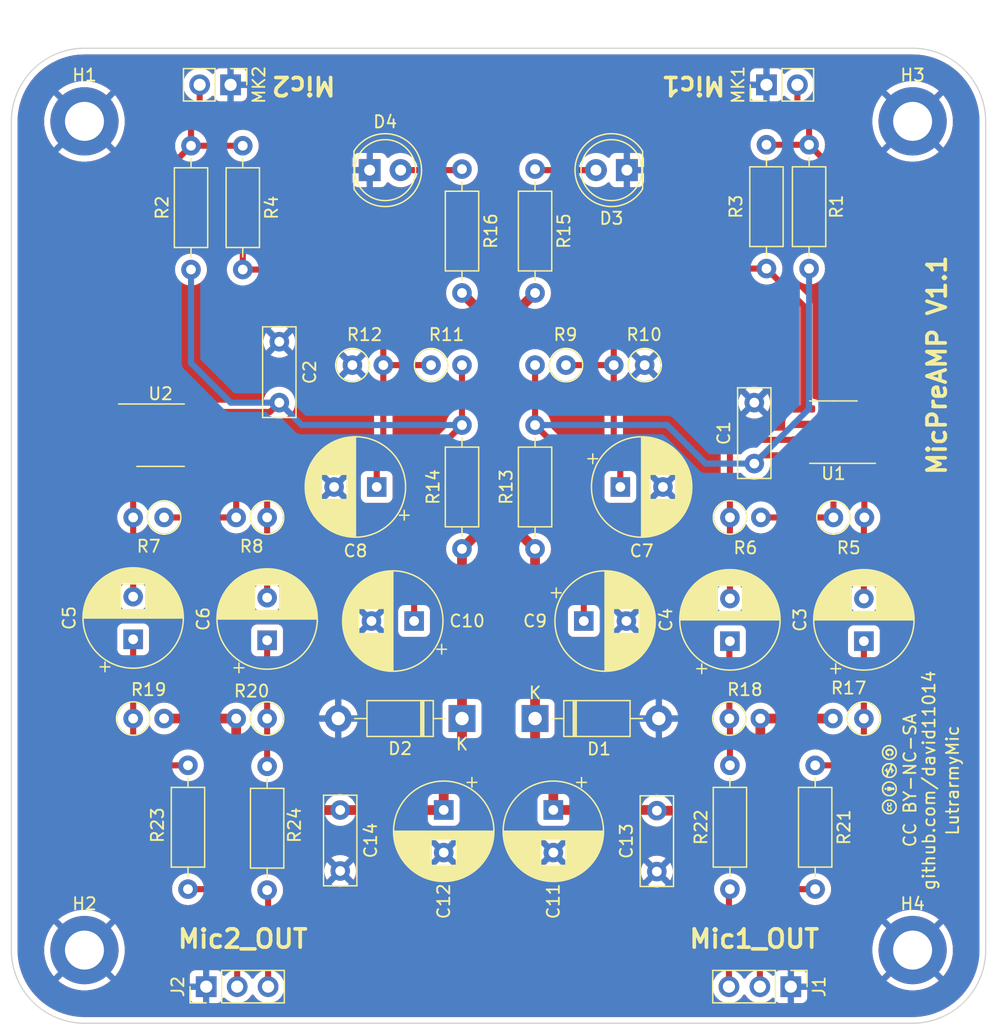
<source format=kicad_pcb>
(kicad_pcb (version 20211014) (generator pcbnew)
  (layers (0 "F.Cu" signal) (31 "B.Cu" signal) (34 "B.Paste" user) (35 "F.Paste" user) (36 "B.SilkS" user "B.Silkscreen") (37 "F.SilkS" user "F.Silkscreen") (38 "B.Mask" user) (39 "F.Mask" user) (44 "Edge.Cuts" user))
  (net 0 "")
  (net 1 "Net-(C3-Pad1)")
  (net 2 "Earth")
  (net 3 "Net-(C1-Pad1)")
  (net 4 "Net-(C3-Pad2)")
  (net 5 "Net-(C10-Pad1)")
  (net 6 "Net-(C4-Pad1)")
  (net 7 "Net-(C4-Pad2)")
  (net 8 "GND1")
  (net 9 "Net-(C5-Pad1)")
  (net 10 "Net-(C5-Pad2)")
  (net 11 "Net-(C6-Pad1)")
  (net 12 "Net-(C6-Pad2)")
  (net 13 "GND2")
  (net 14 "Net-(D3-Pad2)")
  (net 15 "Net-(D4-Pad2)")
  (net 16 "Net-(MK1-Pad2)")
  (net 17 "Net-(MK2-Pad2)")
  (net 18 "XLR1_48V")
  (net 19 "XLR2_48V")
  (net 20 "Net-(R5-Pad1)")
  (net 21 "Net-(R7-Pad1)")
  (net 22 "Net-(J1-Pad2)")
  (net 23 "Net-(J1-Pad3)")
  (net 24 "Net-(J2-Pad2)")
  (net 25 "Net-(J2-Pad3)")
  (footprint "Resistor_THT:R_Axial_DIN0207_L6.3mm_D2.5mm_P10.16mm_Horizontal" (layer "F.Cu") (at 144 67.92 -90)
    (fp_text reference "R4" (at 5.08 -2.37 90) (layer "F.SilkS"))
    (fp_text value "10M")
    (pad "1" thru_hole circle (at 0 0 270) (size 1.6 1.6) (drill 0.8) (layers *.Cu *.Mask) (net 17 "Net-(MK2-Pad2)"))
    (pad "2" thru_hole oval (at 10.16 0 270) (size 1.6 1.6) (drill 0.8) (layers *.Cu *.Mask) (net 13 "GND2"))
  )
  (footprint "Resistor_THT:R_Axial_DIN0207_L6.3mm_D2.5mm_P10.16mm_Horizontal" (layer "F.Cu") (at 162 69.84 -90)
    (fp_text reference "R16" (at 5.08 -2.37 90) (layer "F.SilkS"))
    (fp_text value "324K")
    (pad "1" thru_hole circle (at 0 0 270) (size 1.6 1.6) (drill 0.8) (layers *.Cu *.Mask) (net 15 "Net-(D4-Pad2)"))
    (pad "2" thru_hole oval (at 10.16 0 270) (size 1.6 1.6) (drill 0.8) (layers *.Cu *.Mask) (net 19 "XLR2_48V"))
  )
  (footprint "MountingHole:MountingHole_3.2mm_M3_DIN965_Pad" (layer "F.Cu") (at 199 133.92)
    (fp_text reference "H4" (at 0 -3.8) (layer "F.SilkS"))
    (fp_text value "MountingHole_Pad")
    (pad "1" thru_hole circle (at 0 0) (size 5.6 5.6) (drill 3.2) (layers *.Cu *.Mask) (net 2 "Earth"))
  )
  (footprint "Capacitor_THT:CP_Radial_D8.0mm_P3.50mm" (layer "F.Cu") (at 155 95.92 180)
    (fp_text reference "C8" (at 1.75 -5.25) (layer "F.SilkS"))
    (fp_text value "47uF")
    (pad "1" thru_hole rect (at 0 0 180) (size 1.6 1.6) (drill 0.8) (layers *.Cu *.Mask) (net 13 "GND2"))
    (pad "2" thru_hole circle (at 3.5 0 180) (size 1.6 1.6) (drill 0.8) (layers *.Cu *.Mask) (net 2 "Earth"))
  )
  (footprint "MountingHole:MountingHole_3.2mm_M3_DIN965_Pad" (layer "F.Cu") (at 199 65.92)
    (fp_text reference "H3" (at 0 -3.8) (layer "F.SilkS"))
    (fp_text value "MountingHole_Pad")
    (pad "1" thru_hole circle (at 0 0) (size 5.6 5.6) (drill 3.2) (layers *.Cu *.Mask) (net 2 "Earth"))
  )
  (footprint "Resistor_THT:R_Axial_DIN0207_L6.3mm_D2.5mm_P2.54mm_Vertical" (layer "F.Cu") (at 177 85.92 180)
    (fp_text reference "R10" (at 0.045 2.5) (layer "F.SilkS"))
    (fp_text value "47K")
    (pad "1" thru_hole circle (at 0 0 180) (size 1.6 1.6) (drill 0.8) (layers *.Cu *.Mask) (net 2 "Earth"))
    (pad "2" thru_hole oval (at 2.54 0 180) (size 1.6 1.6) (drill 0.8) (layers *.Cu *.Mask) (net 8 "GND1"))
  )
  (footprint "Connector_PinHeader_2.54mm:PinHeader_1x02_P2.54mm_Vertical" (layer "F.Cu") (at 143 62.92 -90)
    (fp_text reference "MK2" (at 0 -2.33 90) (layer "F.SilkS"))
    (fp_text value "POM-3535P-3-R")
    (pad "1" thru_hole rect (at 0 0 270) (size 1.7 1.7) (drill 1) (layers *.Cu *.Mask) (net 2 "Earth"))
    (pad "2" thru_hole oval (at 0 2.54 270) (size 1.7 1.7) (drill 1) (layers *.Cu *.Mask) (net 17 "Net-(MK2-Pad2)"))
  )
  (footprint "Resistor_THT:R_Axial_DIN0207_L6.3mm_D2.5mm_P10.16mm_Horizontal" (layer "F.Cu") (at 191 118.76 -90)
    (fp_text reference "R21" (at 5.08 -2.37 -90) (layer "F.SilkS"))
    (fp_text value "47")
    (pad "1" thru_hole circle (at 0 0 270) (size 1.6 1.6) (drill 0.8) (layers *.Cu *.Mask) (net 1 "Net-(C3-Pad1)"))
    (pad "2" thru_hole oval (at 10.16 0 270) (size 1.6 1.6) (drill 0.8) (layers *.Cu *.Mask) (net 22 "Net-(J1-Pad2)"))
  )
  (footprint "Resistor_THT:R_Axial_DIN0207_L6.3mm_D2.5mm_P10.16mm_Horizontal" (layer "F.Cu") (at 184 128.92 90)
    (fp_text reference "R22" (at 5.08 -2.37 90) (layer "F.SilkS"))
    (fp_text value "47")
    (pad "1" thru_hole circle (at 0 0 90) (size 1.6 1.6) (drill 0.8) (layers *.Cu *.Mask) (net 23 "Net-(J1-Pad3)"))
    (pad "2" thru_hole oval (at 10.16 0 90) (size 1.6 1.6) (drill 0.8) (layers *.Cu *.Mask) (net 6 "Net-(C4-Pad1)"))
  )
  (footprint "Resistor_THT:R_Axial_DIN0207_L6.3mm_D2.5mm_P2.54mm_Vertical" (layer "F.Cu") (at 195 114.92 180)
    (fp_text reference "R17" (at 1.25 2.5) (layer "F.SilkS"))
    (fp_text value "2.2K")
    (pad "1" thru_hole circle (at 0 0 180) (size 1.6 1.6) (drill 0.8) (layers *.Cu *.Mask) (net 1 "Net-(C3-Pad1)"))
    (pad "2" thru_hole oval (at 2.54 0 180) (size 1.6 1.6) (drill 0.8) (layers *.Cu *.Mask) (net 18 "XLR1_48V"))
  )
  (footprint "Resistor_THT:R_Axial_DIN0207_L6.3mm_D2.5mm_P10.16mm_Horizontal" (layer "F.Cu") (at 168 69.84 -90)
    (fp_text reference "R15" (at 5.08 -2.37 90) (layer "F.SilkS"))
    (fp_text value "324K")
    (pad "1" thru_hole circle (at 0 0 270) (size 1.6 1.6) (drill 0.8) (layers *.Cu *.Mask) (net 14 "Net-(D3-Pad2)"))
    (pad "2" thru_hole oval (at 10.16 0 270) (size 1.6 1.6) (drill 0.8) (layers *.Cu *.Mask) (net 18 "XLR1_48V"))
  )
  (footprint "Resistor_THT:R_Axial_DIN0207_L6.3mm_D2.5mm_P2.54mm_Vertical" (layer "F.Cu") (at 183.955 114.92)
    (fp_text reference "R18" (at 1.27 -2.37) (layer "F.SilkS"))
    (fp_text value "2.2K")
    (pad "1" thru_hole circle (at 0 0) (size 1.6 1.6) (drill 0.8) (layers *.Cu *.Mask) (net 6 "Net-(C4-Pad1)"))
    (pad "2" thru_hole oval (at 2.54 0) (size 1.6 1.6) (drill 0.8) (layers *.Cu *.Mask) (net 18 "XLR1_48V"))
  )
  (footprint "Capacitor_THT:C_Rect_L7.2mm_W2.5mm_P5.00mm_FKS2_FKP2_MKS2_MKP2" (layer "F.Cu") (at 178 122.4788 -90)
    (fp_text reference "C13" (at 2.5 2.5 90) (layer "F.SilkS"))
    (fp_text value "0.1uF")
    (pad "1" thru_hole circle (at 0 0 270) (size 1.6 1.6) (drill 0.8) (layers *.Cu *.Mask) (net 18 "XLR1_48V"))
    (pad "2" thru_hole circle (at 5 0 270) (size 1.6 1.6) (drill 0.8) (layers *.Cu *.Mask) (net 2 "Earth"))
  )
  (footprint "Resistor_THT:R_Axial_DIN0207_L6.3mm_D2.5mm_P2.54mm_Vertical" (layer "F.Cu") (at 170.54 85.92 180)
    (fp_text reference "R9" (at 0.045 2.5) (layer "F.SilkS"))
    (fp_text value "47K")
    (pad "1" thru_hole circle (at 0 0 180) (size 1.6 1.6) (drill 0.8) (layers *.Cu *.Mask) (net 8 "GND1"))
    (pad "2" thru_hole oval (at 2.54 0 180) (size 1.6 1.6) (drill 0.8) (layers *.Cu *.Mask) (net 3 "Net-(C1-Pad1)"))
  )
  (footprint "Resistor_THT:R_Axial_DIN0207_L6.3mm_D2.5mm_P10.16mm_Horizontal" (layer "F.Cu") (at 139.75 78.08 90)
    (fp_text reference "R2" (at 5.08 -2.37 90) (layer "F.SilkS"))
    (fp_text value "10K")
    (pad "1" thru_hole circle (at 0 0 90) (size 1.6 1.6) (drill 0.8) (layers *.Cu *.Mask) (net 5 "Net-(C10-Pad1)"))
    (pad "2" thru_hole oval (at 10.16 0 90) (size 1.6 1.6) (drill 0.8) (layers *.Cu *.Mask) (net 17 "Net-(MK2-Pad2)"))
  )
  (footprint "Capacitor_THT:CP_Radial_D8.0mm_P3.50mm" (layer "F.Cu") (at 135 108.42 90)
    (fp_text reference "C5" (at 1.75 -5.25 90) (layer "F.SilkS"))
    (fp_text value "47uF")
    (pad "1" thru_hole rect (at 0 0 90) (size 1.6 1.6) (drill 0.8) (layers *.Cu *.Mask) (net 9 "Net-(C5-Pad1)"))
    (pad "2" thru_hole circle (at 3.5 0 90) (size 1.6 1.6) (drill 0.8) (layers *.Cu *.Mask) (net 10 "Net-(C5-Pad2)"))
  )
  (footprint "Resistor_THT:R_Axial_DIN0207_L6.3mm_D2.5mm_P10.16mm_Horizontal" (layer "F.Cu") (at 162 101 90)
    (fp_text reference "R14" (at 5.08 -2.37 90) (layer "F.SilkS"))
    (fp_text value "200")
    (pad "1" thru_hole circle (at 0 0 90) (size 1.6 1.6) (drill 0.8) (layers *.Cu *.Mask) (net 19 "XLR2_48V"))
    (pad "2" thru_hole oval (at 10.16 0 90) (size 1.6 1.6) (drill 0.8) (layers *.Cu *.Mask) (net 5 "Net-(C10-Pad1)"))
  )
  (footprint "Diode_THT:D_DO-41_SOD81_P10.16mm_Horizontal" (layer "F.Cu") (at 168 114.92)
    (fp_text reference "D1" (at 5.25 2.5) (layer "F.SilkS"))
    (fp_text value "BZX85B12")
    (fp_text user "K" (at 0 -2.1) (layer "F.SilkS"))
    (pad "1" thru_hole rect (at 0 0) (size 2.2 2.2) (drill 1.1) (layers *.Cu *.Mask) (net 18 "XLR1_48V"))
    (pad "2" thru_hole oval (at 10.16 0) (size 2.2 2.2) (drill 1.1) (layers *.Cu *.Mask) (net 2 "Earth"))
  )
  (footprint "CopyRight:CC-BY-NC-SA" (layer "F.Cu") (at 201.28409 120 90)
    (fp_text reference "LutrarmyMic" (at 0 1 90 unlocked) (layer "F.SilkS"))
    (fp_text value "CC-BY-NC-SA" hide)
    (fp_text user "github.com/david11014" (at 0 -0.94 90 unlocked) (layer "F.SilkS"))
    (fp_text user "CC BY-NC-SA" (at 0 -2.5 90 unlocked) (layer "F.SilkS"))
  )
  (footprint "Resistor_THT:R_Axial_DIN0207_L6.3mm_D2.5mm_P10.16mm_Horizontal" (layer "F.Cu") (at 139.5 118.76 -90)
    (fp_text reference "R23" (at 4.91 2.5 90) (layer "F.SilkS"))
    (fp_text value "47")
    (pad "1" thru_hole circle (at 0 0 270) (size 1.6 1.6) (drill 0.8) (layers *.Cu *.Mask) (net 9 "Net-(C5-Pad1)"))
    (pad "2" thru_hole oval (at 10.16 0 270) (size 1.6 1.6) (drill 0.8) (layers *.Cu *.Mask) (net 24 "Net-(J2-Pad2)"))
  )
  (footprint "Resistor_THT:R_Axial_DIN0207_L6.3mm_D2.5mm_P2.54mm_Vertical" (layer "F.Cu") (at 146 98.42 180)
    (fp_text reference "R8" (at 1.27 -2.37) (layer "F.SilkS"))
    (fp_text value "2.2K")
    (pad "1" thru_hole circle (at 0 0 180) (size 1.6 1.6) (drill 0.8) (layers *.Cu *.Mask) (net 12 "Net-(C6-Pad2)"))
    (pad "2" thru_hole oval (at 2.54 0 180) (size 1.6 1.6) (drill 0.8) (layers *.Cu *.Mask) (net 21 "Net-(R7-Pad1)"))
  )
  (footprint "Capacitor_THT:CP_Radial_D8.0mm_P3.50mm" (layer "F.Cu") (at 172 106.92)
    (fp_text reference "C9" (at -4 0) (layer "F.SilkS"))
    (fp_text value "47uF")
    (pad "1" thru_hole rect (at 0 0) (size 1.6 1.6) (drill 0.8) (layers *.Cu *.Mask) (net 3 "Net-(C1-Pad1)"))
    (pad "2" thru_hole circle (at 3.5 0) (size 1.6 1.6) (drill 0.8) (layers *.Cu *.Mask) (net 2 "Earth"))
  )
  (footprint "Capacitor_THT:CP_Radial_D8.0mm_P3.50mm" (layer "F.Cu") (at 146 108.501812 90)
    (fp_text reference "C6" (at 1.75 -5.25 90) (layer "F.SilkS"))
    (fp_text value "47uF")
    (pad "1" thru_hole rect (at 0 0 90) (size 1.6 1.6) (drill 0.8) (layers *.Cu *.Mask) (net 11 "Net-(C6-Pad1)"))
    (pad "2" thru_hole circle (at 3.5 0 90) (size 1.6 1.6) (drill 0.8) (layers *.Cu *.Mask) (net 12 "Net-(C6-Pad2)"))
  )
  (footprint "Resistor_THT:R_Axial_DIN0207_L6.3mm_D2.5mm_P2.54mm_Vertical" (layer "F.Cu") (at 135 114.92)
    (fp_text reference "R19" (at 1.27 -2.37) (layer "F.SilkS"))
    (fp_text value "2.2K")
    (pad "1" thru_hole circle (at 0 0) (size 1.6 1.6) (drill 0.8) (layers *.Cu *.Mask) (net 9 "Net-(C5-Pad1)"))
    (pad "2" thru_hole oval (at 2.54 0) (size 1.6 1.6) (drill 0.8) (layers *.Cu *.Mask) (net 19 "XLR2_48V"))
  )
  (footprint "Connector_PinHeader_2.54mm:PinHeader_1x03_P2.54mm_Vertical" (layer "F.Cu") (at 189 136.92 -90)
    (fp_text reference "J1" (at 0 -2.33 90) (layer "F.SilkS"))
    (fp_text value "XLR3")
    (pad "1" thru_hole rect (at 0 0 270) (size 1.7 1.7) (drill 1) (layers *.Cu *.Mask) (net 2 "Earth"))
    (pad "2" thru_hole oval (at 0 2.54 270) (size 1.7 1.7) (drill 1) (layers *.Cu *.Mask) (net 22 "Net-(J1-Pad2)"))
    (pad "3" thru_hole oval (at 0 5.08 270) (size 1.7 1.7) (drill 1) (layers *.Cu *.Mask) (net 23 "Net-(J1-Pad3)"))
  )
  (footprint "Resistor_THT:R_Axial_DIN0207_L6.3mm_D2.5mm_P10.16mm_Horizontal" (layer "F.Cu") (at 168 101 90)
    (fp_text reference "R13" (at 5.08 -2.37 90) (layer "F.SilkS"))
    (fp_text value "200")
    (pad "1" thru_hole circle (at 0 0 90) (size 1.6 1.6) (drill 0.8) (layers *.Cu *.Mask) (net 18 "XLR1_48V"))
    (pad "2" thru_hole oval (at 10.16 0 90) (size 1.6 1.6) (drill 0.8) (layers *.Cu *.Mask) (net 3 "Net-(C1-Pad1)"))
  )
  (footprint "Capacitor_THT:CP_Radial_D8.0mm_P3.50mm" (layer "F.Cu") (at 158.068557 106.92 180)
    (fp_text reference "C10" (at -4.347349 0) (layer "F.SilkS"))
    (fp_text value "47uF")
    (pad "1" thru_hole rect (at 0 0 180) (size 1.6 1.6) (drill 0.8) (layers *.Cu *.Mask) (net 5 "Net-(C10-Pad1)"))
    (pad "2" thru_hole circle (at 3.5 0 180) (size 1.6 1.6) (drill 0.8) (layers *.Cu *.Mask) (net 2 "Earth"))
  )
  (footprint "Resistor_THT:R_Axial_DIN0207_L6.3mm_D2.5mm_P2.54mm_Vertical" (layer "F.Cu") (at 137.54 98.42 180)
    (fp_text reference "R7" (at 1.27 -2.37) (layer "F.SilkS"))
    (fp_text value "2.2K")
    (pad "1" thru_hole circle (at 0 0 180) (size 1.6 1.6) (drill 0.8) (layers *.Cu *.Mask) (net 21 "Net-(R7-Pad1)"))
    (pad "2" thru_hole oval (at 2.54 0 180) (size 1.6 1.6) (drill 0.8) (layers *.Cu *.Mask) (net 10 "Net-(C5-Pad2)"))
  )
  (footprint "Capacitor_THT:CP_Radial_D8.0mm_P3.50mm" (layer "F.Cu") (at 184 108.572651 90)
    (fp_text reference "C4" (at 1.75 -5.25 90) (layer "F.SilkS"))
    (fp_text value "47uF")
    (pad "1" thru_hole rect (at 0 0 90) (size 1.6 1.6) (drill 0.8) (layers *.Cu *.Mask) (net 6 "Net-(C4-Pad1)"))
    (pad "2" thru_hole circle (at 3.5 0 90) (size 1.6 1.6) (drill 0.8) (layers *.Cu *.Mask) (net 7 "Net-(C4-Pad2)"))
  )
  (footprint "MountingHole:MountingHole_3.2mm_M3_DIN965_Pad" (layer "F.Cu") (at 131 65.92)
    (fp_text reference "H1" (at 0 -3.8) (layer "F.SilkS"))
    (fp_text value "MountingHole_Pad")
    (pad "1" thru_hole circle (at 0 0) (size 5.6 5.6) (drill 3.2) (layers *.Cu *.Mask) (net 2 "Earth"))
  )
  (footprint "Resistor_THT:R_Axial_DIN0207_L6.3mm_D2.5mm_P2.54mm_Vertical" (layer "F.Cu") (at 159.46 85.92)
    (fp_text reference "R11" (at 1.27 -2.5) (layer "F.SilkS"))
    (fp_text value "47K")
    (pad "1" thru_hole circle (at 0 0) (size 1.6 1.6) (drill 0.8) (layers *.Cu *.Mask) (net 13 "GND2"))
    (pad "2" thru_hole oval (at 2.54 0) (size 1.6 1.6) (drill 0.8) (layers *.Cu *.Mask) (net 5 "Net-(C10-Pad1)"))
  )
  (footprint "Diode_THT:D_DO-41_SOD81_P10.16mm_Horizontal" (layer "F.Cu") (at 162 114.92 180)
    (fp_text reference "D2" (at 5.08 -2.47) (layer "F.SilkS"))
    (fp_text value "BZX85B12")
    (fp_text user "K" (at 0 -2.1) (layer "F.SilkS"))
    (pad "1" thru_hole rect (at 0 0 180) (size 2.2 2.2) (drill 1.1) (layers *.Cu *.Mask) (net 19 "XLR2_48V"))
    (pad "2" thru_hole oval (at 10.16 0 180) (size 2.2 2.2) (drill 1.1) (layers *.Cu *.Mask) (net 2 "Earth"))
  )
  (footprint "Capacitor_THT:C_Rect_L7.2mm_W2.5mm_P5.00mm_FKS2_FKP2_MKS2_MKP2" (layer "F.Cu") (at 152 122.428 -90)
    (fp_text reference "C14" (at 2.5 -2.5 -270) (layer "F.SilkS"))
    (fp_text value "0.1uF")
    (pad "1" thru_hole circle (at 0 0 270) (size 1.6 1.6) (drill 0.8) (layers *.Cu *.Mask) (net 19 "XLR2_48V"))
    (pad "2" thru_hole circle (at 5 0 270) (size 1.6 1.6) (drill 0.8) (layers *.Cu *.Mask) (net 2 "Earth"))
  )
  (footprint "Resistor_THT:R_Axial_DIN0207_L6.3mm_D2.5mm_P10.16mm_Horizontal" (layer "F.Cu") (at 146 129 90)
    (fp_text reference "R24" (at 5.33 2.25 90) (layer "F.SilkS"))
    (fp_text value "47")
    (pad "1" thru_hole circle (at 0 0 90) (size 1.6 1.6) (drill 0.8) (layers *.Cu *.Mask) (net 25 "Net-(J2-Pad3)"))
    (pad "2" thru_hole oval (at 10.16 0 90) (size 1.6 1.6) (drill 0.8) (layers *.Cu *.Mask) (net 11 "Net-(C6-Pad1)"))
  )
  (footprint "LED_THT:LED_D5.0mm_Clear" (layer "F.Cu") (at 175.54 69.92 180)
    (fp_text reference "D3" (at 1.27 -3.96) (layer "F.SilkS"))
    (fp_text value "LED")
    (pad "1" thru_hole rect (at 0 0 180) (size 1.8 1.8) (drill 0.9) (layers *.Cu *.Mask) (net 2 "Earth"))
    (pad "2" thru_hole circle (at 2.54 0 180) (size 1.8 1.8) (drill 0.9) (layers *.Cu *.Mask) (net 14 "Net-(D3-Pad2)"))
  )
  (footprint "Resistor_THT:R_Axial_DIN0207_L6.3mm_D2.5mm_P2.54mm_Vertical" (layer "F.Cu") (at 192.5 98.42)
    (fp_text reference "R5" (at 1.25 2.5) (layer "F.SilkS"))
    (fp_text value "2.2K")
    (pad "1" thru_hole circle (at 0 0) (size 1.6 1.6) (drill 0.8) (layers *.Cu *.Mask) (net 20 "Net-(R5-Pad1)"))
    (pad "2" thru_hole oval (at 2.54 0) (size 1.6 1.6) (drill 0.8) (layers *.Cu *.Mask) (net 4 "Net-(C3-Pad2)"))
  )
  (footprint "Resistor_THT:R_Axial_DIN0207_L6.3mm_D2.5mm_P10.16mm_Horizontal" (layer "F.Cu") (at 187 67.84 -90)
    (fp_text reference "R3" (at 5.08 2.5 90) (layer "F.SilkS"))
    (fp_text value "10M")
    (pad "1" thru_hole circle (at 0 0 270) (size 1.6 1.6) (drill 0.8) (layers *.Cu *.Mask) (net 16 "Net-(MK1-Pad2)"))
    (pad "2" thru_hole oval (at 10.16 0 270) (size 1.6 1.6) (drill 0.8) (layers *.Cu *.Mask) (net 8 "GND1"))
  )
  (footprint "Capacitor_THT:CP_Radial_D8.0mm_P3.50mm" (layer "F.Cu") (at 195 108.572651 90)
    (fp_text reference "C3" (at 1.75 -5.25 90) (layer "F.SilkS"))
    (fp_text value "47uF")
    (pad "1" thru_hole rect (at 0 0 90) (size 1.6 1.6) (drill 0.8) (layers *.Cu *.Mask) (net 1 "Net-(C3-Pad1)"))
    (pad "2" thru_hole circle (at 3.5 0 90) (size 1.6 1.6) (drill 0.8) (layers *.Cu *.Mask) (net 4 "Net-(C3-Pad2)"))
  )
  (footprint "LED_THT:LED_D5.0mm_Clear" (layer "F.Cu") (at 154.42 69.92)
    (fp_text reference "D4" (at 1.27 -3.96) (layer "F.SilkS"))
    (fp_text value "LED")
    (pad "1" thru_hole rect (at 0 0) (size 1.8 1.8) (drill 0.9) (layers *.Cu *.Mask) (net 2 "Earth"))
    (pad "2" thru_hole circle (at 2.54 0) (size 1.8 1.8) (drill 0.9) (layers *.Cu *.Mask) (net 15 "Net-(D4-Pad2)"))
  )
  (footprint "Package_SO:SOIC-8_3.9x4.9mm_P1.27mm" (layer "F.Cu") (at 192.5 91.42 180)
    (fp_text reference "U1" (at 0 -3.4 180) (layer "F.SilkS"))
    (fp_text value "OPA1642")
    (pad "1" smd roundrect (at -2.475 -1.905 180) (size 1.95 0.6) (layers "F.Cu" "F.Paste" "F.Mask") (net 4 "Net-(C3-Pad2)"))
    (pad "2" smd roundrect (at -2.475 -0.635 180) (size 1.95 0.6) (layers "F.Cu" "F.Paste" "F.Mask") (net 4 "Net-(C3-Pad2)"))
    (pad "3" smd roundrect (at -2.475 0.635 180) (size 1.95 0.6) (layers "F.Cu" "F.Paste" "F.Mask") (net 16 "Net-(MK1-Pad2)"))
    (pad "4" smd roundrect (at -2.475 1.905 180) (size 1.95 0.6) (layers "F.Cu" "F.Paste" "F.Mask") (net 2 "Earth"))
    (pad "5" smd roundrect (at 2.475 1.905 180) (size 1.95 0.6) (layers "F.Cu" "F.Paste" "F.Mask") (net 8 "GND1"))
    (pad "6" smd roundrect (at 2.475 0.635 180) (size 1.95 0.6) (layers "F.Cu" "F.Paste" "F.Mask") (net 20 "Net-(R5-Pad1)"))
    (pad "7" smd roundrect (at 2.475 -0.635 180) (size 1.95 0.6) (layers "F.Cu" "F.Paste" "F.Mask") (net 7 "Net-(C4-Pad2)"))
    (pad "8" smd roundrect (at 2.475 -1.905 180) (size 1.95 0.6) (layers "F.Cu" "F.Paste" "F.Mask") (net 3 "Net-(C1-Pad1)"))
  )
  (footprint "Capacitor_THT:CP_Radial_D8.0mm_P3.50mm" (layer "F.Cu") (at 160.5 122.42 -90)
    (fp_text reference "C12" (at 7.5 0 -270) (layer "F.SilkS"))
    (fp_text value "47uF")
    (pad "1" thru_hole rect (at 0 0 270) (size 1.6 1.6) (drill 0.8) (layers *.Cu *.Mask) (net 19 "XLR2_48V"))
    (pad "2" thru_hole circle (at 3.5 0 270) (size 1.6 1.6) (drill 0.8) (layers *.Cu *.Mask) (net 2 "Earth"))
  )
  (footprint "Capacitor_THT:CP_Radial_D8.0mm_P3.50mm" (layer "F.Cu") (at 175 95.92)
    (fp_text reference "C7" (at 1.75 5.25) (layer "F.SilkS"))
    (fp_text value "47uF")
    (pad "1" thru_hole rect (at 0 0) (size 1.6 1.6) (drill 0.8) (layers *.Cu *.Mask) (net 8 "GND1"))
    (pad "2" thru_hole circle (at 3.5 0) (size 1.6 1.6) (drill 0.8) (layers *.Cu *.Mask) (net 2 "Earth"))
  )
  (footprint "Resistor_THT:R_Axial_DIN0207_L6.3mm_D2.5mm_P2.54mm_Vertical" (layer "F.Cu") (at 184 98.42)
    (fp_text reference "R6" (at 1.27 2.5) (layer "F.SilkS"))
    (fp_text value "2.2K")
    (pad "1" thru_hole circle (at 0 0) (size 1.6 1.6) (drill 0.8) (layers *.Cu *.Mask) (net 7 "Net-(C4-Pad2)"))
    (pad "2" thru_hole oval (at 2.54 0) (size 1.6 1.6) (drill 0.8) (layers *.Cu *.Mask) (net 20 "Net-(R5-Pad1)"))
  )
  (footprint "Capacitor_THT:C_Rect_L7.2mm_W2.5mm_P5.00mm_FKS2_FKP2_MKS2_MKP2" (layer "F.Cu") (at 186 94 90)
    (fp_text reference "C1" (at 2.5 -2.5 90) (layer "F.SilkS"))
    (fp_text value "0.1uF")
    (pad "1" thru_hole circle locked (at 0 0 90) (size 1.6 1.6) (drill 0.8) (layers *.Cu *.Mask) (net 3 "Net-(C1-Pad1)"))
    (pad "2" thru_hole circle locked (at 5 0 90) (size 1.6 1.6) (drill 0.8) (layers *.Cu *.Mask) (net 2 "Earth"))
  )
  (footprint "Resistor_THT:R_Axial_DIN0207_L6.3mm_D2.5mm_P2.54mm_Vertical" (layer "F.Cu") (at 153 85.92)
    (fp_text reference "R12" (at 1 -2.5) (layer "F.SilkS"))
    (fp_text value "47K")
    (pad "1" thru_hole circle (at 0 0) (size 1.6 1.6) (drill 0.8) (layers *.Cu *.Mask) (net 2 "Earth"))
    (pad "2" thru_hole oval (at 2.54 0) (size 1.6 1.6) (drill 0.8) (layers *.Cu *.Mask) (net 13 "GND2"))
  )
  (footprint "Connector_PinHeader_2.54mm:PinHeader_1x02_P2.54mm_Vertical" (layer "F.Cu") (at 187 62.92 90)
    (fp_text reference "MK1" (at 0 -2.33 90) (layer "F.SilkS"))
    (fp_text value "POM-3535P-3-R")
    (pad "1" thru_hole rect (at 0 0 90) (size 1.7 1.7) (drill 1) (layers *.Cu *.Mask) (net 2 "Earth"))
    (pad "2" thru_hole oval (at 0 2.54 90) (size 1.7 1.7) (drill 1) (layers *.Cu *.Mask) (net 16 "Net-(MK1-Pad2)"))
  )
  (footprint "MountingHole:MountingHole_3.2mm_M3_DIN965_Pad" (layer "F.Cu") (at 131 133.92)
    (fp_text reference "H2" (at 0 -3.8) (layer "F.SilkS"))
    (fp_text value "MountingHole_Pad")
    (pad "1" thru_hole circle (at 0 0) (size 5.6 5.6) (drill 3.2) (layers *.Cu *.Mask) (net 2 "Earth"))
  )
  (footprint "Package_SO:SOIC-8_3.9x4.9mm_P1.27mm" (layer "F.Cu") (at 137.25 91.67)
    (fp_text reference "U2" (at 0 -3.4) (layer "F.SilkS"))
    (fp_text value "OPA1642")
    (pad "1" smd roundrect (at -2.475 -1.905) (size 1.95 0.6) (layers "F.Cu" "F.Paste" "F.Mask") (net 10 "Net-(C5-Pad2)"))
    (pad "2" smd roundrect (at -2.475 -0.635) (size 1.95 0.6) (layers "F.Cu" "F.Paste" "F.Mask") (net 10 "Net-(C5-Pad2)"))
    (pad "3" smd roundrect (at -2.475 0.635) (size 1.95 0.6) (layers "F.Cu" "F.Paste" "F.Mask") (net 17 "Net-(MK2-Pad2)"))
    (pad "4" smd roundrect (at -2.475 1.905) (size 1.95 0.6) (layers "F.Cu" "F.Paste" "F.Mask") (net 2 "Earth"))
    (pad "5" smd roundrect (at 2.475 1.905) (size 1.95 0.6) (layers "F.Cu" "F.Paste" "F.Mask") (net 13 "GND2"))
    (pad "6" smd roundrect (at 2.475 0.635) (size 1.95 0.6) (layers "F.Cu" "F.Paste" "F.Mask") (net 21 "Net-(R7-Pad1)"))
    (pad "7" smd roundrect (at 2.475 -0.635) (size 1.95 0.6) (layers "F.Cu" "F.Paste" "F.Mask") (net 12 "Net-(C6-Pad2)"))
    (pad "8" smd roundrect (at 2.475 -1.905) (size 1.95 0.6) (layers "F.Cu" "F.Paste" "F.Mask") (net 5 "Net-(C10-Pad1)"))
  )
  (footprint "Connector_PinHeader_2.54mm:PinHeader_1x03_P2.54mm_Vertical" (layer "F.Cu") (at 141 136.92 90)
    (fp_text reference "J2" (at 0 -2.33 90) (layer "F.SilkS"))
    (fp_text value "XLR3")
    (pad "1" thru_hole rect (at 0 0 90) (size 1.7 1.7) (drill 1) (layers *.Cu *.Mask) (net 2 "Earth"))
    (pad "2" thru_hole oval (at 0 2.54 90) (size 1.7 1.7) (drill 1) (layers *.Cu *.Mask) (net 24 "Net-(J2-Pad2)"))
    (pad "3" thru_hole oval (at 0 5.08 90) (size 1.7 1.7) (drill 1) (layers *.Cu *.Mask) (net 25 "Net-(J2-Pad3)"))
  )
  (footprint "Resistor_THT:R_Axial_DIN0207_L6.3mm_D2.5mm_P2.54mm_Vertical" (layer "F.Cu") (at 146 114.92 180)
    (fp_text reference "R20" (at 1.27 2.25) (layer "F.SilkS"))
    (fp_text value "2.2K")
    (pad "1" thru_hole circle (at 0 0 180) (size 1.6 1.6) (drill 0.8) (layers *.Cu *.Mask) (net 11 "Net-(C6-Pad1)"))
    (pad "2" thru_hole oval (at 2.54 0 180) (size 1.6 1.6) (drill 0.8) (layers *.Cu *.Mask) (net 19 "XLR2_48V"))
  )
  (footprint "Resistor_THT:R_Axial_DIN0207_L6.3mm_D2.5mm_P10.16mm_Horizontal" (layer "F.Cu") (at 190.5 78 90)
    (fp_text reference "R1" (at 5.08 2.25 90) (layer "F.SilkS"))
    (fp_text value "10K")
    (pad "1" thru_hole circle (at 0 0 90) (size 1.6 1.6) (drill 0.8) (layers *.Cu *.Mask) (net 3 "Net-(C1-Pad1)"))
    (pad "2" thru_hole oval (at 10.16 0 90) (size 1.6 1.6) (drill 0.8) (layers *.Cu *.Mask) (net 16 "Net-(MK1-Pad2)"))
  )
  (footprint "Capacitor_THT:CP_Radial_D8.0mm_P3.50mm" (layer "F.Cu") (at 169.5 122.42 -90)
    (fp_text reference "C11" (at 7.5 0 90) (layer "F.SilkS"))
    (fp_text value "47uF")
    (pad "1" thru_hole rect (at 0 0 270) (size 1.6 1.6) (drill 0.8) (layers *.Cu *.Mask) (net 18 "XLR1_48V"))
    (pad "2" thru_hole circle (at 3.5 0 270) (size 1.6 1.6) (drill 0.8) (layers *.Cu *.Mask) (net 2 "Earth"))
  )
  (footprint "Capacitor_THT:C_Rect_L7.2mm_W2.5mm_P5.00mm_FKS2_FKP2_MKS2_MKP2" (layer "F.Cu") (at 147 89 90)
    (fp_text reference "C2" (at 2.5 2.5 90) (layer "F.SilkS"))
    (fp_text value "0.1uF")
    (pad "1" thru_hole circle (at 0 0 90) (size 1.6 1.6) (drill 0.8) (layers *.Cu *.Mask) (net 5 "Net-(C10-Pad1)"))
    (pad "2" thru_hole circle (at 5 0 90) (size 1.6 1.6) (drill 0.8) (layers *.Cu *.Mask) (net 2 "Earth"))
  )
  (gr_arc (start 199 59.92) (mid 203.242641 61.677359) (end 205 65.92) (layer "Edge.Cuts") (width 0.1))
  (gr_arc (start 205 133.92) (mid 203.242641 138.162641) (end 199 139.92) (layer "Edge.Cuts") (width 0.1))
  (gr_arc (start 131 139.92) (mid 126.757359 138.162641) (end 125 133.92) (layer "Edge.Cuts") (width 0.1))
  (gr_arc (start 125 65.92) (mid 126.757359 61.677359) (end 131 59.92) (layer "Edge.Cuts") (width 0.1))
  (gr_line (start 131 59.92) (end 199 59.92) (layer "Edge.Cuts") (width 0.1))
  (gr_line (start 199 139.92) (end 131 139.92) (layer "Edge.Cuts") (width 0.1))
  (gr_line (start 125 133.92) (end 125 65.92) (layer "Edge.Cuts") (width 0.1))
  (gr_line (start 205 65.92) (end 205 133.92) (layer "Edge.Cuts") (width 0.1))
  (gr_text "Mic2" (at 149 63 180) (layer "F.SilkS") (effects (font (size 1.5 1.5) (thickness 0.3))))
  (gr_text "Mic1_OUT" (at 186 133) (layer "F.SilkS") (effects (font (size 1.5 1.5) (thickness 0.3))))
  (gr_text "Mic1" (at 181 63 180) (layer "F.SilkS") (effects (font (size 1.5 1.5) (thickness 0.3))))
  (gr_text "Mic2_OUT" (at 144 133) (layer "F.SilkS") (effects (font (size 1.5 1.5) (thickness 0.3))))
  (gr_text "MicPreAMP V1.1" (at 201 85.92 90) (layer "F.SilkS") (effects (font (size 1.5 1.5) (thickness 0.3))))
  (segment (start 195 114.92) (end 195 108.572651) (width 0.5) (layer "F.Cu") (net 1))
  (segment (start 191 118.76) (end 193.16 118.76) (width 0.5) (layer "F.Cu") (net 1))
  (segment (start 193.16 118.76) (end 195 116.92) (width 0.5) (layer "F.Cu") (net 1))
  (segment (start 195 116.92) (end 195 114.92) (width 0.5) (layer "F.Cu") (net 1))
  (segment (start 168 85.92) (end 168 90.84) (width 0.5) (layer "F.Cu") (net 3))
  (segment (start 172 106.92) (end 172 94.84) (width 0.5) (layer "F.Cu") (net 3))
  (segment (start 172 94.84) (end 168 90.84) (width 0.5) (layer "F.Cu") (net 3))
  (segment (start 186.675 93.325) (end 186 94) (width 0.5) (layer "F.Cu") (net 3))
  (segment (start 190.025 93.325) (end 186.675 93.325) (width 0.5) (layer "F.Cu") (net 3))
  (segment (start 190.5 89.5) (end 190.5 78) (width 0.5) (layer "B.Cu") (net 3))
  (segment (start 168 90.84) (end 178.84 90.84) (width 0.5) (layer "B.Cu") (net 3))
  (segment (start 186 94) (end 190.5 89.5) (width 0.5) (layer "B.Cu") (net 3))
  (segment (start 178.84 90.84) (end 182 94) (width 0.5) (layer "B.Cu") (net 3))
  (segment (start 182 94) (end 186 94) (width 0.5) (layer "B.Cu") (net 3))
  (segment (start 195 98.46) (end 195.04 98.42) (width 0.5) (layer "F.Cu") (net 4))
  (segment (start 195 105.072651) (end 195 98.46) (width 0.5) (layer "F.Cu") (net 4))
  (segment (start 194.975 93.325) (end 194.975 92.055) (width 0.5) (layer "F.Cu") (net 4))
  (segment (start 195.04 93.39) (end 194.975 93.325) (width 0.5) (layer "F.Cu") (net 4))
  (segment (start 195.04 98.42) (end 195.04 93.39) (width 0.5) (layer "F.Cu") (net 4))
  (segment (start 139.725 89.765) (end 139.75 89.74) (width 0.5) (layer "F.Cu") (net 5))
  (segment (start 139.95 89.765) (end 146.235 89.765) (width 0.5) (layer "F.Cu") (net 5))
  (segment (start 158.068557 94.771443) (end 162 90.84) (width 0.5) (layer "F.Cu") (net 5))
  (segment (start 162 85.92) (end 162 90.84) (width 0.5) (layer "F.Cu") (net 5))
  (segment (start 146.235 89.765) (end 147 89) (width 0.5) (layer "F.Cu") (net 5))
  (segment (start 158.068557 106.92) (end 158.068557 94.771443) (width 0.5) (layer "F.Cu") (net 5))
  (segment (start 147 89) (end 143 89) (width 0.5) (layer "B.Cu") (net 5))
  (segment (start 147 89) (end 148.84 90.84) (width 0.5) (layer "B.Cu") (net 5))
  (segment (start 139.75 85.75) (end 139.75 78.08) (width 0.5) (layer "B.Cu") (net 5))
  (segment (start 143 89) (end 139.75 85.75) (width 0.5) (layer "B.Cu") (net 5))
  (segment (start 148.84 90.84) (end 162 90.84) (width 0.5) (layer "B.Cu") (net 5))
  (segment (start 184 114.965) (end 183.955 114.92) (width 0.5) (layer "F.Cu") (net 6))
  (segment (start 183.955 108.617651) (end 184 108.572651) (width 0.5) (layer "F.Cu") (net 6))
  (segment (start 183.955 114.92) (end 183.955 108.617651) (width 0.5) (layer "F.Cu") (net 6))
  (segment (start 184 118.76) (end 184 114.965) (width 0.5) (layer "F.Cu") (net 6))
  (segment (start 190.025 92.055) (end 184.945 92.055) (width 0.5) (layer "F.Cu") (net 7))
  (segment (start 184 105.072651) (end 184 98.42) (width 0.5) (layer "F.Cu") (net 7))
  (segment (start 184 93) (end 184 98.42) (width 0.5) (layer "F.Cu") (net 7))
  (segment (start 184.945 92.055) (end 184 93) (width 0.5) (layer "F.Cu") (net 7))
  (segment (start 176.92 78) (end 187 78) (width 0.5) (layer "F.Cu") (net 8))
  (segment (start 187 78) (end 190.025 81.025) (width 0.5) (layer "F.Cu") (net 8))
  (segment (start 174.46 85.92) (end 174.46 80.46) (width 0.5) (layer "F.Cu") (net 8))
  (segment (start 190.025 81.025) (end 190.025 89.515) (width 0.5) (layer "F.Cu") (net 8))
  (segment (start 174.46 92.38) (end 175 92.92) (width 0.5) (layer "F.Cu") (net 8))
  (segment (start 174.46 80.46) (end 176.92 78) (width 0.5) (layer "F.Cu") (net 8))
  (segment (start 171 85.92) (end 174.46 85.92) (width 0.5) (layer "F.Cu") (net 8))
  (segment (start 175 92.92) (end 175 95.92) (width 0.5) (layer "F.Cu") (net 8))
  (segment (start 174.46 85.92) (end 174.46 92.38) (width 0.5) (layer "F.Cu") (net 8))
  (segment (start 136.84 118.76) (end 139.5 118.76) (width 0.5) (layer "F.Cu") (net 9))
  (segment (start 135 114.92) (end 135 108.42) (width 0.5) (layer "F.Cu") (net 9))
  (segment (start 135 116.92) (end 135 114.92) (width 0.5) (layer "F.Cu") (net 9))
  (segment (start 136.84 118.76) (end 135 116.92) (width 0.5) (layer "F.Cu") (net 9))
  (segment (start 136.115 91.035) (end 134.775 91.035) (width 0.5) (layer "F.Cu") (net 10))
  (segment (start 135 97) (end 136.75 95.25) (width 0.5) (layer "F.Cu") (net 10))
  (segment (start 135 98.42) (end 135 97) (width 0.5) (layer "F.Cu") (net 10))
  (segment (start 135 104.92) (end 135 98.42) (width 0.5) (layer "F.Cu") (net 10))
  (segment (start 134.775 91.035) (end 134.775 89.765) (width 0.5) (layer "F.Cu") (net 10))
  (segment (start 136.75 95.25) (end 136.75 91.67) (width 0.5) (layer "F.Cu") (net 10))
  (segment (start 136.75 91.67) (end 136.115 91.035) (width 0.5) (layer "F.Cu") (net 10))
  (segment (start 146 114.92) (end 146 108.501812) (width 0.5) (layer "F.Cu") (net 11))
  (segment (start 146 118.925) (end 146 114.92) (width 0.5) (layer "F.Cu") (net 11))
  (segment (start 142.035 91.035) (end 146 95) (width 0.5) (layer "F.Cu") (net 12))
  (segment (start 146 105.001812) (end 146 98.42) (width 0.5) (layer "F.Cu") (net 12))
  (segment (start 139.725 91.035) (end 142.035 91.035) (width 0.5) (layer "F.Cu") (net 12))
  (segment (start 146 95) (end 146 98.42) (width 0.5) (layer "F.Cu") (net 12))
  (segment (start 139.63 93.67) (end 138.25 93.67) (width 0.5) (layer "F.Cu") (net 13))
  (segment (start 159 85.92) (end 155.54 85.92) (width 0.5) (layer "F.Cu") (net 13))
  (segment (start 144 78.08) (end 153.16 78.08) (width 0.5) (layer "F.Cu") (net 13))
  (segment (start 153.16 78.08) (end 155.54 80.46) (width 0.5) (layer "F.Cu") (net 13))
  (segment (start 139.725 93.575) (end 139.63 93.67) (width 0.5) (layer "F.Cu") (net 13))
  (segment (start 143.25 75.17) (end 144 75.92) (width 0.5) (layer "F.Cu") (net 13))
  (segment (start 139.5 75.17) (end 143.25 75.17) (width 0.5) (layer "F.Cu") (net 13))
  (segment (start 137.75 93.17) (end 138.25 93.67) (width 0.5) (layer "F.Cu") (net 13))
  (segment (start 155.54 92.38) (end 155 92.92) (width 0.5) (layer "F.Cu") (net 13))
  (segment (start 155 92.92) (end 155 95.92) (width 0.5) (layer "F.Cu") (net 13))
  (segment (start 155.54 85.92) (end 155.54 92.38) (width 0.5) (layer "F.Cu") (net 13))
  (segment (start 137.75 76.92) (end 139.5 75.17) (width 0.5) (layer "F.Cu") (net 13))
  (segment (start 155.54 80.46) (end 155.54 85.92) (width 0.5) (layer "F.Cu") (net 13))
  (segment (start 144 75.92) (end 144 78.08) (width 0.5) (layer "F.Cu") (net 13))
  (segment (start 137.75 93.17) (end 137.75 76.92) (width 0.5) (layer "F.Cu") (net 13))
  (segment (start 168.08 69.92) (end 168 69.84) (width 0.5) (layer "F.Cu") (net 14))
  (segment (start 173 69.92) (end 168.08 69.92) (width 0.5) (layer "F.Cu") (net 14))
  (segment (start 161.92 69.92) (end 162 69.84) (width 0.5) (layer "F.Cu") (net 15))
  (segment (start 156.96 69.92) (end 161.92 69.92) (width 0.5) (layer "F.Cu") (net 15))
  (segment (start 194.975 90.785) (end 193.785 90.785) (width 0.5) (layer "F.Cu") (net 16))
  (segment (start 192.83 89.83) (end 192.83 70.17) (width 0.5) (layer "F.Cu") (net 16))
  (segment (start 190.5 65.42) (end 189.54 64.46) (width 0.5) (layer "F.Cu") (net 16))
  (segment (start 193.785 90.785) (end 192.83 89.83) (width 0.5) (layer "F.Cu") (net 16))
  (segment (start 190.5 67.84) (end 187 67.84) (width 0.5) (layer "F.Cu") (net 16))
  (segment (start 189.54 64.46) (end 189.54 62.92) (width 0.5) (layer "F.Cu") (net 16))
  (segment (start 190.5 67.84) (end 190.5 65.42) (width 0.5) (layer "F.Cu") (net 16))
  (segment (start 192.83 70.17) (end 190.5 67.84) (width 0.5) (layer "F.Cu") (net 16))
  (segment (start 136 85) (end 136 71.67) (width 0.5) (layer "F.Cu") (net 17))
  (segment (start 132 91.123528) (end 132 89) (width 0.5) (layer "F.Cu") (net 17))
  (segment (start 140.46 64.69) (end 140.46 62.92) (width 0.5) (layer "F.Cu") (net 17))
  (segment (start 136 71.67) (end 139.75 67.92) (width 0.5) (layer "F.Cu") (net 17))
  (segment (start 139.75 67.92) (end 144 67.92) (width 0.5) (layer "F.Cu") (net 17))
  (segment (start 133.181472 92.305) (end 132 91.123528) (width 0.5) (layer "F.Cu") (net 17))
  (segment (start 134.775 92.305) (end 133.181472 92.305) (width 0.5) (layer "F.Cu") (net 17))
  (segment (start 139.75 65.4) (end 140.46 64.69) (width 0.5) (layer "F.Cu") (net 17))
  (segment (start 139.75 67.92) (end 139.75 65.4) (width 0.5) (layer "F.Cu") (net 17))
  (segment (start 132 89) (end 136 85) (width 0.5) (layer "F.Cu") (net 17))
  (segment (start 186.495 114.92) (end 192.46 114.92) (width 0.8) (layer "F.Cu") (net 18))
  (segment (start 177.9412 122.42) (end 178 122.4788) (width 0.8) (layer "F.Cu") (net 18))
  (segment (start 168 80) (end 166 82) (width 0.8) (layer "F.Cu") (net 18))
  (segment (start 185.5212 122.4788) (end 178 122.4788) (width 0.8) (layer "F.Cu") (net 18))
  (segment (start 169.5 122.42) (end 177.9412 122.42) (width 0.8) (layer "F.Cu") (net 18))
  (segment (start 169.5 122.42) (end 169.5 119.42) (width 0.8) (layer "F.Cu") (net 18))
  (segment (start 169.5 119.42) (end 168 117.92) (width 0.8) (layer "F.Cu") (net 18))
  (segment (start 168 117.92) (end 168 114.92) (width 0.8) (layer "F.Cu") (net 18))
  (segment (start 166 99) (end 166 82) (width 0.8) (layer "F.Cu") (net 18))
  (segment (start 168 114.92) (end 168 101) (width 0.8) (layer "F.Cu") (net 18))
  (segment (start 168 101) (end 166 99) (width 0.8) (layer "F.Cu") (net 18))
  (segment (start 186.495 114.92) (end 186.495 121.505) (width 0.8) (layer "F.Cu") (net 18))
  (segment (start 186.495 121.505) (end 185.5212 122.4788) (width 0.8) (layer "F.Cu") (net 18))
  (segment (start 162 117.92) (end 160.5 119.42) (width 0.8) (layer "F.Cu") (net 19))
  (segment (start 162 80) (end 164 82) (width 0.8) (layer "F.Cu") (net 19))
  (segment (start 162 114.92) (end 162 117.92) (width 0.8) (layer "F.Cu") (net 19))
  (segment (start 164 99) (end 162 101) (width 0.8) (layer "F.Cu") (net 19))
  (segment (start 143.46 121.46) (end 144.428 122.428) (width 0.8) (layer "F.Cu") (net 19))
  (segment (start 152 122.428) (end 160.492 122.428) (width 0.8) (layer "F.Cu") (net 19))
  (segment (start 160.492 122.428) (end 160.5 122.42) (width 0.8) (layer "F.Cu") (net 19))
  (segment (start 162 101) (end 162 114.92) (width 0.8) (layer "F.Cu") (net 19))
  (segment (start 137.54 114.92) (end 143.46 114.92) (width 0.8) (layer "F.Cu") (net 19))
  (segment (start 160.5 122.42) (end 160.5 119.42) (width 0.8) (layer "F.Cu") (net 19))
  (segment (start 144.428 122.428) (end 152 122.428) (width 0.8) (layer "F.Cu") (net 19))
  (segment (start 143.46 114.92) (end 143.46 121.46) (width 0.8) (layer "F.Cu") (net 19))
  (segment (start 164 82) (end 164 99) (width 0.8) (layer "F.Cu") (net 19))
  (segment (start 192.5 91.42) (end 192.5 98.42) (width 0.5) (layer "F.Cu") (net 20))
  (segment (start 191.865 90.785) (end 192.5 91.42) (width 0.5) (layer "F.Cu") (net 20))
  (segment (start 186.54 98.42) (end 192.5 98.42) (width 0.5) (layer "F.Cu") (net 20))
  (segment (start 190.025 90.785) (end 191.865 90.785) (width 0.5) (layer "F.Cu") (net 20))
  (segment (start 143.5 95.446472) (end 143.46 95.486472) (width 0.5) (layer "F.Cu") (net 21))
  (segment (start 141.44 92.305) (end 143.5 94.365) (width 0.5) (layer "F.Cu") (net 21))
  (segment (start 137.54 98.42) (end 143.46 98.42) (width 0.5) (layer "F.Cu") (net 21))
  (segment (start 143.5 94.365) (end 143.5 95.446472) (width 0.5) (layer "F.Cu") (net 21))
  (segment (start 143.46 95.486472) (end 143.46 98.42) (width 0.5) (layer "F.Cu") (net 21))
  (segment (start 139.725 92.305) (end 141.44 92.305) (width 0.5) (layer "F.Cu") (net 21))
  (segment (start 186.46 129.96) (end 187.5 128.92) (width 0.5) (layer "F.Cu") (net 22))
  (segment (start 187.5 128.92) (end 191 128.92) (width 0.5) (layer "F.Cu") (net 22))
  (segment (start 186.46 136.92) (end 186.46 129.96) (width 0.5) (layer "F.Cu") (net 22))
  (segment (start 183.92 136.92) (end 183.92 129) (width 0.5) (layer "F.Cu") (net 23))
  (segment (start 183.92 129) (end 184 128.92) (width 0.5) (layer "F.Cu") (net 23))
  (segment (start 139.5 128.92) (end 142.25 128.92) (width 0.5) (layer "F.Cu") (net 24))
  (segment (start 143.54 136.92) (end 143.54 130.21) (width 0.5) (layer "F.Cu") (net 24))
  (segment (start 142.25 128.92) (end 143.54 130.21) (width 0.5) (layer "F.Cu") (net 24))
  (segment (start 146.08 136.92) (end 146.08 129.165) (width 0.5) (layer "F.Cu") (net 25))
  (segment (start 146.08 129.165) (end 146 129.085) (width 0.5) (layer "F.Cu") (net 25))
  (zone (net 2) (net_name "Earth") (layers F&B.Cu) (connect_pads (clearance 0.508)) (min_thickness 0.254) (fill yes (thermal_gap 0.508) (thermal_bridge_width 0.508))
    (polygon (pts (xy 205 140) (xy 125 140) (xy 125 60) (xy 205 60)))
  )
)
</source>
